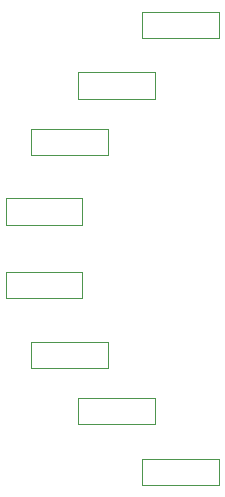
<source format=gbr>
G04 #@! TF.FileFunction,Other,User*
%FSLAX46Y46*%
G04 Gerber Fmt 4.6, Leading zero omitted, Abs format (unit mm)*
G04 Created by KiCad (PCBNEW 4.0.6) date 04/30/18 18:34:22*
%MOMM*%
%LPD*%
G01*
G04 APERTURE LIST*
%ADD10C,0.100000*%
%ADD11C,0.050000*%
G04 APERTURE END LIST*
D10*
D11*
X-20976500Y-2061700D02*
X-14476500Y-2061700D01*
X-20976500Y-2061700D02*
X-20976500Y-4271700D01*
X-14476500Y-4271700D02*
X-14476500Y-2061700D01*
X-14476500Y-4271700D02*
X-20976500Y-4271700D01*
X-9406400Y19978500D02*
X-2906400Y19978500D01*
X-9406400Y19978500D02*
X-9406400Y17768500D01*
X-2906400Y17768500D02*
X-2906400Y19978500D01*
X-2906400Y17768500D02*
X-9406400Y17768500D01*
X-20976500Y4189700D02*
X-14476500Y4189700D01*
X-20976500Y4189700D02*
X-20976500Y1979700D01*
X-14476500Y1979700D02*
X-14476500Y4189700D01*
X-14476500Y1979700D02*
X-20976500Y1979700D01*
X-9406400Y-17850500D02*
X-2906400Y-17850500D01*
X-9406400Y-17850500D02*
X-9406400Y-20060500D01*
X-2906400Y-20060500D02*
X-2906400Y-17850500D01*
X-2906400Y-20060500D02*
X-9406400Y-20060500D01*
X-14820200Y14852800D02*
X-8320200Y14852800D01*
X-14820200Y14852800D02*
X-14820200Y12642800D01*
X-8320200Y12642800D02*
X-8320200Y14852800D01*
X-8320200Y12642800D02*
X-14820200Y12642800D01*
X-18838500Y10064000D02*
X-12338500Y10064000D01*
X-18838500Y10064000D02*
X-18838500Y7854000D01*
X-12338500Y7854000D02*
X-12338500Y10064000D01*
X-12338500Y7854000D02*
X-18838500Y7854000D01*
X-18838500Y-7936000D02*
X-12338500Y-7936000D01*
X-18838500Y-7936000D02*
X-18838500Y-10146000D01*
X-12338500Y-10146000D02*
X-12338500Y-7936000D01*
X-12338500Y-10146000D02*
X-18838500Y-10146000D01*
X-14820200Y-12724800D02*
X-8320200Y-12724800D01*
X-14820200Y-12724800D02*
X-14820200Y-14934800D01*
X-8320200Y-14934800D02*
X-8320200Y-12724800D01*
X-8320200Y-14934800D02*
X-14820200Y-14934800D01*
M02*

</source>
